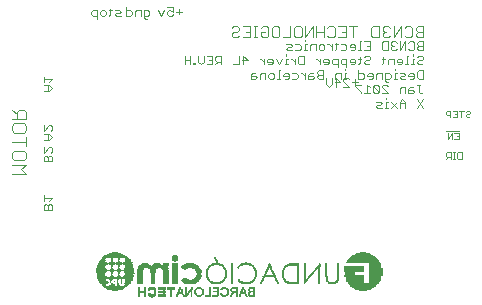
<source format=gbo>
G75*
%MOIN*%
%OFA0B0*%
%FSLAX25Y25*%
%IPPOS*%
%LPD*%
%AMOC8*
5,1,8,0,0,1.08239X$1,22.5*
%
%ADD10C,0.00300*%
%ADD11R,0.00840X0.00140*%
%ADD12R,0.00700X0.00140*%
%ADD13R,0.00980X0.00140*%
%ADD14R,0.02520X0.00140*%
%ADD15R,0.01540X0.00140*%
%ADD16R,0.01820X0.00140*%
%ADD17R,0.00420X0.00140*%
%ADD18R,0.00420X0.00140*%
%ADD19R,0.02240X0.00140*%
%ADD20R,0.01960X0.00140*%
%ADD21R,0.00280X0.00140*%
%ADD22R,0.00560X0.00140*%
%ADD23R,0.00560X0.00140*%
%ADD24R,0.00980X0.00140*%
%ADD25R,0.01960X0.00140*%
%ADD26R,0.00560X0.00140*%
%ADD27R,0.00420X0.00140*%
%ADD28R,0.00420X0.00140*%
%ADD29R,0.01820X0.00140*%
%ADD30R,0.02240X0.00140*%
%ADD31R,0.00280X0.00140*%
%ADD32R,0.00560X0.00140*%
%ADD33R,0.00980X0.00140*%
%ADD34R,0.02520X0.00140*%
%ADD35R,0.02100X0.00140*%
%ADD36R,0.00980X0.00140*%
%ADD37R,0.00840X0.00140*%
%ADD38R,0.02380X0.00140*%
%ADD39R,0.00840X0.00140*%
%ADD40R,0.01960X0.00140*%
%ADD41R,0.01820X0.00140*%
%ADD42R,0.02940X0.00140*%
%ADD43R,0.01680X0.00140*%
%ADD44R,0.02100X0.00140*%
%ADD45R,0.01820X0.00140*%
%ADD46R,0.02380X0.00140*%
%ADD47R,0.02940X0.00140*%
%ADD48R,0.00140X0.00140*%
%ADD49R,0.02380X0.00140*%
%ADD50R,0.00280X0.00140*%
%ADD51R,0.03500X0.00140*%
%ADD52R,0.03360X0.00140*%
%ADD53R,0.04480X0.00140*%
%ADD54R,0.00280X0.00140*%
%ADD55R,0.01120X0.00140*%
%ADD56R,0.04200X0.00140*%
%ADD57R,0.05180X0.00140*%
%ADD58R,0.05040X0.00140*%
%ADD59R,0.05740X0.00140*%
%ADD60R,0.05600X0.00140*%
%ADD61R,0.06300X0.00140*%
%ADD62R,0.06160X0.00140*%
%ADD63R,0.06720X0.00140*%
%ADD64R,0.01680X0.00140*%
%ADD65R,0.01400X0.00140*%
%ADD66R,0.06440X0.00140*%
%ADD67R,0.07280X0.00140*%
%ADD68R,0.00700X0.00140*%
%ADD69R,0.01400X0.00140*%
%ADD70R,0.07000X0.00140*%
%ADD71R,0.07560X0.00140*%
%ADD72R,0.07420X0.00140*%
%ADD73R,0.07980X0.00140*%
%ADD74R,0.07840X0.00140*%
%ADD75R,0.08400X0.00140*%
%ADD76R,0.03920X0.00140*%
%ADD77R,0.01120X0.00140*%
%ADD78R,0.08680X0.00140*%
%ADD79R,0.08960X0.00140*%
%ADD80R,0.01540X0.00140*%
%ADD81R,0.09240X0.00140*%
%ADD82R,0.01260X0.00140*%
%ADD83R,0.09520X0.00140*%
%ADD84R,0.09800X0.00140*%
%ADD85R,0.02240X0.00140*%
%ADD86R,0.01540X0.00140*%
%ADD87R,0.10080X0.00140*%
%ADD88R,0.03220X0.00140*%
%ADD89R,0.03080X0.00140*%
%ADD90R,0.02800X0.00140*%
%ADD91R,0.03080X0.00140*%
%ADD92R,0.03080X0.00140*%
%ADD93R,0.05320X0.00140*%
%ADD94R,0.02660X0.00140*%
%ADD95R,0.03780X0.00140*%
%ADD96R,0.03640X0.00140*%
%ADD97R,0.03500X0.00140*%
%ADD98R,0.01680X0.00140*%
%ADD99R,0.01680X0.00140*%
%ADD100R,0.02800X0.00140*%
%ADD101R,0.05460X0.00140*%
%ADD102R,0.04200X0.00140*%
%ADD103R,0.03780X0.00140*%
%ADD104R,0.04340X0.00140*%
%ADD105R,0.04340X0.00140*%
%ADD106R,0.01260X0.00140*%
%ADD107R,0.04620X0.00140*%
%ADD108R,0.05040X0.00140*%
%ADD109R,0.05740X0.00140*%
%ADD110R,0.01120X0.00140*%
%ADD111R,0.05320X0.00140*%
%ADD112R,0.05740X0.00140*%
%ADD113R,0.05460X0.00140*%
%ADD114R,0.02240X0.00140*%
%ADD115R,0.03640X0.00140*%
%ADD116R,0.05880X0.00140*%
%ADD117R,0.06020X0.00140*%
%ADD118R,0.06020X0.00140*%
%ADD119R,0.02520X0.00140*%
%ADD120R,0.03920X0.00140*%
%ADD121R,0.06160X0.00140*%
%ADD122R,0.01120X0.00140*%
%ADD123R,0.11620X0.00140*%
%ADD124R,0.04060X0.00140*%
%ADD125R,0.11760X0.00140*%
%ADD126R,0.11900X0.00140*%
%ADD127R,0.12040X0.00140*%
%ADD128R,0.06440X0.00140*%
%ADD129R,0.04340X0.00140*%
%ADD130R,0.03360X0.00140*%
%ADD131R,0.01540X0.00140*%
%ADD132R,0.06440X0.00140*%
%ADD133R,0.04060X0.00140*%
%ADD134R,0.02940X0.00140*%
%ADD135R,0.03920X0.00140*%
%ADD136R,0.04340X0.00140*%
%ADD137R,0.03220X0.00140*%
%ADD138R,0.03080X0.00140*%
%ADD139R,0.03220X0.00140*%
%ADD140R,0.06580X0.00140*%
%ADD141R,0.12600X0.00140*%
%ADD142R,0.06580X0.00140*%
%ADD143R,0.12600X0.00140*%
%ADD144R,0.03780X0.00140*%
%ADD145R,0.02660X0.00140*%
%ADD146R,0.02940X0.00140*%
%ADD147R,0.09940X0.00140*%
%ADD148R,0.05600X0.00140*%
%ADD149R,0.04060X0.00140*%
%ADD150R,0.05460X0.00140*%
%ADD151R,0.02660X0.00140*%
%ADD152R,0.04760X0.00140*%
%ADD153R,0.03640X0.00140*%
%ADD154R,0.02520X0.00140*%
%ADD155R,0.02660X0.00140*%
%ADD156R,0.11480X0.00140*%
%ADD157R,0.11200X0.00140*%
%ADD158R,0.10920X0.00140*%
%ADD159R,0.02380X0.00140*%
%ADD160R,0.10920X0.00140*%
%ADD161R,0.10640X0.00140*%
%ADD162R,0.10360X0.00140*%
%ADD163R,0.10080X0.00140*%
%ADD164R,0.09380X0.00140*%
%ADD165R,0.09100X0.00140*%
%ADD166R,0.08820X0.00140*%
%ADD167R,0.08540X0.00140*%
%ADD168R,0.08120X0.00140*%
%ADD169R,0.07420X0.00140*%
%ADD170R,0.06580X0.00140*%
%ADD171C,0.00400*%
%ADD172C,0.00200*%
D10*
X0081463Y0110890D02*
X0081463Y0112342D01*
X0081947Y0112825D01*
X0082431Y0112825D01*
X0082914Y0112342D01*
X0082914Y0110890D01*
X0081463Y0110890D02*
X0084366Y0110890D01*
X0084366Y0112342D01*
X0083882Y0112825D01*
X0083398Y0112825D01*
X0082914Y0112342D01*
X0083398Y0113837D02*
X0084366Y0114804D01*
X0081463Y0114804D01*
X0081463Y0113837D02*
X0081463Y0115772D01*
X0081463Y0127090D02*
X0081463Y0128542D01*
X0081947Y0129025D01*
X0082431Y0129025D01*
X0082914Y0128542D01*
X0082914Y0127090D01*
X0081463Y0127090D02*
X0084366Y0127090D01*
X0084366Y0128542D01*
X0083882Y0129025D01*
X0083398Y0129025D01*
X0082914Y0128542D01*
X0083882Y0130037D02*
X0084366Y0130521D01*
X0084366Y0131488D01*
X0083882Y0131972D01*
X0083398Y0131972D01*
X0081463Y0130037D01*
X0081463Y0131972D01*
X0081463Y0134290D02*
X0083398Y0134290D01*
X0084366Y0135258D01*
X0083398Y0136225D01*
X0081463Y0136225D01*
X0081463Y0137237D02*
X0083398Y0139172D01*
X0083882Y0139172D01*
X0084366Y0138688D01*
X0084366Y0137721D01*
X0083882Y0137237D01*
X0082914Y0136225D02*
X0082914Y0134290D01*
X0081463Y0137237D02*
X0081463Y0139172D01*
X0081463Y0150490D02*
X0083398Y0150490D01*
X0084366Y0151458D01*
X0083398Y0152425D01*
X0081463Y0152425D01*
X0081463Y0153437D02*
X0081463Y0155372D01*
X0081463Y0154404D02*
X0084366Y0154404D01*
X0083398Y0153437D01*
X0082914Y0152425D02*
X0082914Y0150490D01*
X0099306Y0174616D02*
X0099306Y0177518D01*
X0097855Y0177518D01*
X0097371Y0177035D01*
X0097371Y0176067D01*
X0097855Y0175583D01*
X0099306Y0175583D01*
X0100317Y0176067D02*
X0100317Y0177035D01*
X0100801Y0177518D01*
X0101769Y0177518D01*
X0102252Y0177035D01*
X0102252Y0176067D01*
X0101769Y0175583D01*
X0100801Y0175583D01*
X0100317Y0176067D01*
X0103249Y0175583D02*
X0103733Y0176067D01*
X0103733Y0178002D01*
X0104217Y0177518D02*
X0103249Y0177518D01*
X0105228Y0177518D02*
X0106680Y0177518D01*
X0107163Y0177035D01*
X0106680Y0176551D01*
X0105712Y0176551D01*
X0105228Y0176067D01*
X0105712Y0175583D01*
X0107163Y0175583D01*
X0108935Y0175583D02*
X0108935Y0178486D01*
X0108935Y0177518D02*
X0110386Y0177518D01*
X0110870Y0177035D01*
X0110870Y0176067D01*
X0110386Y0175583D01*
X0108935Y0175583D01*
X0111882Y0175583D02*
X0111882Y0177035D01*
X0112366Y0177518D01*
X0113817Y0177518D01*
X0113817Y0175583D01*
X0114828Y0175583D02*
X0116280Y0175583D01*
X0116763Y0176067D01*
X0116763Y0177035D01*
X0116280Y0177518D01*
X0114828Y0177518D01*
X0114828Y0175100D01*
X0115312Y0174616D01*
X0115796Y0174616D01*
X0119735Y0177518D02*
X0120703Y0175583D01*
X0121670Y0177518D01*
X0122682Y0177035D02*
X0122682Y0176067D01*
X0123166Y0175583D01*
X0124133Y0175583D01*
X0124617Y0176067D01*
X0124617Y0177035D02*
X0123649Y0177518D01*
X0123166Y0177518D01*
X0122682Y0177035D01*
X0122682Y0178486D02*
X0124617Y0178486D01*
X0124617Y0177035D01*
X0125628Y0177035D02*
X0127563Y0177035D01*
X0126596Y0178002D02*
X0126596Y0176067D01*
X0128437Y0162286D02*
X0128437Y0159383D01*
X0128437Y0160835D02*
X0130372Y0160835D01*
X0131361Y0159867D02*
X0131361Y0159383D01*
X0131845Y0159383D01*
X0131845Y0159867D01*
X0131361Y0159867D01*
X0130372Y0159383D02*
X0130372Y0162286D01*
X0132856Y0162286D02*
X0132856Y0160351D01*
X0133824Y0159383D01*
X0134791Y0160351D01*
X0134791Y0162286D01*
X0135803Y0162286D02*
X0137738Y0162286D01*
X0137738Y0159383D01*
X0135803Y0159383D01*
X0136770Y0160835D02*
X0137738Y0160835D01*
X0138749Y0160835D02*
X0139233Y0160351D01*
X0140684Y0160351D01*
X0139717Y0160351D02*
X0138749Y0159383D01*
X0138749Y0160835D02*
X0138749Y0161802D01*
X0139233Y0162286D01*
X0140684Y0162286D01*
X0140684Y0159383D01*
X0144642Y0159383D02*
X0146577Y0159383D01*
X0146577Y0162286D01*
X0148073Y0162286D02*
X0148073Y0159383D01*
X0147589Y0160835D02*
X0149524Y0160835D01*
X0148073Y0162286D01*
X0153475Y0161318D02*
X0153958Y0161318D01*
X0154926Y0160351D01*
X0154926Y0161318D02*
X0154926Y0159383D01*
X0155937Y0160351D02*
X0157872Y0160351D01*
X0157872Y0159867D02*
X0157872Y0160835D01*
X0157389Y0161318D01*
X0156421Y0161318D01*
X0155937Y0160835D01*
X0155937Y0160351D01*
X0156421Y0159383D02*
X0157389Y0159383D01*
X0157872Y0159867D01*
X0158884Y0161318D02*
X0159851Y0159383D01*
X0160819Y0161318D01*
X0162300Y0161318D02*
X0162300Y0159383D01*
X0162783Y0159383D02*
X0161816Y0159383D01*
X0162300Y0161318D02*
X0162783Y0161318D01*
X0163788Y0161318D02*
X0164271Y0161318D01*
X0165239Y0160351D01*
X0165239Y0161318D02*
X0165239Y0159383D01*
X0166250Y0159867D02*
X0166250Y0161802D01*
X0166734Y0162286D01*
X0168185Y0162286D01*
X0168185Y0159383D01*
X0166734Y0159383D01*
X0166250Y0159867D01*
X0165737Y0156518D02*
X0166221Y0156035D01*
X0166221Y0155067D01*
X0165737Y0154583D01*
X0164286Y0154583D01*
X0163274Y0155067D02*
X0163274Y0156035D01*
X0162791Y0156518D01*
X0161823Y0156518D01*
X0161339Y0156035D01*
X0161339Y0155551D01*
X0163274Y0155551D01*
X0163274Y0155067D02*
X0162791Y0154583D01*
X0161823Y0154583D01*
X0160328Y0154583D02*
X0159360Y0154583D01*
X0159844Y0154583D02*
X0159844Y0157486D01*
X0160328Y0157486D01*
X0158364Y0156035D02*
X0158364Y0155067D01*
X0157880Y0154583D01*
X0156912Y0154583D01*
X0156429Y0155067D01*
X0156429Y0156035D01*
X0156912Y0156518D01*
X0157880Y0156518D01*
X0158364Y0156035D01*
X0155417Y0156518D02*
X0155417Y0154583D01*
X0153482Y0154583D02*
X0153482Y0156035D01*
X0153966Y0156518D01*
X0155417Y0156518D01*
X0152470Y0155067D02*
X0151987Y0155551D01*
X0150536Y0155551D01*
X0150536Y0156035D02*
X0150536Y0154583D01*
X0151987Y0154583D01*
X0152470Y0155067D01*
X0151987Y0156518D02*
X0151019Y0156518D01*
X0150536Y0156035D01*
X0162300Y0162286D02*
X0162300Y0162770D01*
X0162805Y0164183D02*
X0162322Y0164667D01*
X0162805Y0165151D01*
X0163773Y0165151D01*
X0164257Y0165635D01*
X0163773Y0166118D01*
X0162322Y0166118D01*
X0162805Y0164183D02*
X0164257Y0164183D01*
X0165268Y0164183D02*
X0166719Y0164183D01*
X0167203Y0164667D01*
X0167203Y0165635D01*
X0166719Y0166118D01*
X0165268Y0166118D01*
X0165597Y0168383D02*
X0164980Y0169001D01*
X0164980Y0171469D01*
X0165597Y0172086D01*
X0166831Y0172086D01*
X0167449Y0171469D01*
X0167449Y0169001D01*
X0166831Y0168383D01*
X0165597Y0168383D01*
X0163766Y0168383D02*
X0161297Y0168383D01*
X0160082Y0169001D02*
X0159465Y0168383D01*
X0158231Y0168383D01*
X0157614Y0169001D01*
X0157614Y0171469D01*
X0158231Y0172086D01*
X0159465Y0172086D01*
X0160082Y0171469D01*
X0160082Y0169001D01*
X0163766Y0168383D02*
X0163766Y0172086D01*
X0168663Y0172086D02*
X0168663Y0168383D01*
X0171132Y0172086D01*
X0171132Y0168383D01*
X0172346Y0168383D02*
X0172346Y0172086D01*
X0172346Y0170235D02*
X0174815Y0170235D01*
X0176029Y0171469D02*
X0176647Y0172086D01*
X0177881Y0172086D01*
X0178498Y0171469D01*
X0178498Y0169001D01*
X0177881Y0168383D01*
X0176647Y0168383D01*
X0176029Y0169001D01*
X0174815Y0168383D02*
X0174815Y0172086D01*
X0179712Y0172086D02*
X0182181Y0172086D01*
X0182181Y0168383D01*
X0179712Y0168383D01*
X0178997Y0166602D02*
X0178997Y0164667D01*
X0178513Y0164183D01*
X0177516Y0164183D02*
X0177516Y0166118D01*
X0177516Y0165151D02*
X0176548Y0166118D01*
X0176065Y0166118D01*
X0175060Y0165635D02*
X0175060Y0164667D01*
X0174577Y0164183D01*
X0173609Y0164183D01*
X0173125Y0164667D01*
X0173125Y0165635D01*
X0173609Y0166118D01*
X0174577Y0166118D01*
X0175060Y0165635D01*
X0172114Y0166118D02*
X0170663Y0166118D01*
X0170179Y0165635D01*
X0170179Y0164183D01*
X0169167Y0164183D02*
X0168200Y0164183D01*
X0168684Y0164183D02*
X0168684Y0166118D01*
X0169167Y0166118D01*
X0168684Y0167086D02*
X0168684Y0167570D01*
X0172114Y0166118D02*
X0172114Y0164183D01*
X0172136Y0161318D02*
X0172620Y0161318D01*
X0173587Y0160351D01*
X0173587Y0161318D02*
X0173587Y0159383D01*
X0174599Y0160351D02*
X0176534Y0160351D01*
X0176534Y0159867D02*
X0176534Y0160835D01*
X0176050Y0161318D01*
X0175082Y0161318D01*
X0174599Y0160835D01*
X0174599Y0160351D01*
X0175082Y0159383D02*
X0176050Y0159383D01*
X0176534Y0159867D01*
X0177545Y0159867D02*
X0178029Y0159383D01*
X0179480Y0159383D01*
X0179480Y0158416D02*
X0179480Y0161318D01*
X0178029Y0161318D01*
X0177545Y0160835D01*
X0177545Y0159867D01*
X0180492Y0159867D02*
X0180492Y0160835D01*
X0180976Y0161318D01*
X0182427Y0161318D01*
X0182427Y0158416D01*
X0181943Y0157970D02*
X0181943Y0157486D01*
X0181943Y0156518D02*
X0181943Y0154583D01*
X0181896Y0154944D02*
X0182864Y0154944D01*
X0183348Y0154460D01*
X0182427Y0154583D02*
X0181459Y0154583D01*
X0181413Y0154460D02*
X0181896Y0154944D01*
X0181413Y0154460D02*
X0181413Y0153977D01*
X0183348Y0152042D01*
X0181413Y0152042D01*
X0180401Y0153493D02*
X0178466Y0153493D01*
X0178527Y0154583D02*
X0178527Y0156035D01*
X0179011Y0156518D01*
X0180462Y0156518D01*
X0180462Y0154583D01*
X0180401Y0153493D02*
X0178950Y0154944D01*
X0178950Y0152042D01*
X0177455Y0153009D02*
X0177455Y0154944D01*
X0177455Y0153009D02*
X0176487Y0152042D01*
X0175520Y0153009D01*
X0175520Y0154944D01*
X0174569Y0154583D02*
X0173118Y0154583D01*
X0172634Y0155067D01*
X0172634Y0155551D01*
X0173118Y0156035D01*
X0174569Y0156035D01*
X0174569Y0157486D02*
X0173118Y0157486D01*
X0172634Y0157002D01*
X0172634Y0156518D01*
X0173118Y0156035D01*
X0171623Y0155067D02*
X0171139Y0155551D01*
X0169688Y0155551D01*
X0169688Y0156035D02*
X0169688Y0154583D01*
X0171139Y0154583D01*
X0171623Y0155067D01*
X0171139Y0156518D02*
X0170172Y0156518D01*
X0169688Y0156035D01*
X0168676Y0156518D02*
X0168676Y0154583D01*
X0168676Y0155551D02*
X0167709Y0156518D01*
X0167225Y0156518D01*
X0165737Y0156518D02*
X0164286Y0156518D01*
X0174569Y0157486D02*
X0174569Y0154583D01*
X0181943Y0156518D02*
X0182427Y0156518D01*
X0182427Y0159383D02*
X0180976Y0159383D01*
X0180492Y0159867D01*
X0183438Y0160351D02*
X0183438Y0160835D01*
X0183922Y0161318D01*
X0184890Y0161318D01*
X0185373Y0160835D01*
X0185373Y0159867D01*
X0184890Y0159383D01*
X0183922Y0159383D01*
X0183438Y0160351D02*
X0185373Y0160351D01*
X0186370Y0161318D02*
X0187338Y0161318D01*
X0186854Y0161802D02*
X0186854Y0159867D01*
X0186370Y0159383D01*
X0186385Y0157486D02*
X0186385Y0154583D01*
X0187836Y0154583D01*
X0188320Y0155067D01*
X0188320Y0156035D01*
X0187836Y0156518D01*
X0186385Y0156518D01*
X0185327Y0154460D02*
X0185327Y0152525D01*
X0185403Y0152686D02*
X0185403Y0152202D01*
X0187338Y0150267D01*
X0187338Y0149783D01*
X0188349Y0149783D02*
X0190284Y0149783D01*
X0189317Y0149783D02*
X0189317Y0152686D01*
X0190284Y0151718D01*
X0191296Y0152202D02*
X0193231Y0150267D01*
X0192747Y0149783D01*
X0191779Y0149783D01*
X0191296Y0150267D01*
X0191296Y0152202D01*
X0191779Y0152686D01*
X0192747Y0152686D01*
X0193231Y0152202D01*
X0193231Y0150267D01*
X0194242Y0149783D02*
X0196177Y0149783D01*
X0194242Y0151718D01*
X0194242Y0152202D01*
X0194726Y0152686D01*
X0195693Y0152686D01*
X0196177Y0152202D01*
X0196192Y0153616D02*
X0195708Y0153616D01*
X0195224Y0154100D01*
X0195224Y0156518D01*
X0196676Y0156518D01*
X0197159Y0156035D01*
X0197159Y0155067D01*
X0196676Y0154583D01*
X0195224Y0154583D01*
X0194213Y0154583D02*
X0194213Y0156518D01*
X0192762Y0156518D01*
X0192278Y0156035D01*
X0192278Y0154583D01*
X0191266Y0155067D02*
X0191266Y0156035D01*
X0190783Y0156518D01*
X0189815Y0156518D01*
X0189331Y0156035D01*
X0189331Y0155551D01*
X0191266Y0155551D01*
X0191266Y0155067D02*
X0190783Y0154583D01*
X0189815Y0154583D01*
X0187338Y0152686D02*
X0185403Y0152686D01*
X0186294Y0153493D02*
X0184359Y0153493D01*
X0188833Y0159383D02*
X0188349Y0159867D01*
X0188349Y0160351D01*
X0188833Y0160835D01*
X0189800Y0160835D01*
X0190284Y0161318D01*
X0190284Y0161802D01*
X0189800Y0162286D01*
X0188833Y0162286D01*
X0188349Y0161802D01*
X0188349Y0164183D02*
X0190284Y0164183D01*
X0190284Y0167086D01*
X0188349Y0167086D01*
X0187338Y0167086D02*
X0186854Y0167086D01*
X0186854Y0164183D01*
X0187338Y0164183D02*
X0186370Y0164183D01*
X0185373Y0164667D02*
X0185373Y0165635D01*
X0184890Y0166118D01*
X0183922Y0166118D01*
X0183438Y0165635D01*
X0183438Y0165151D01*
X0185373Y0165151D01*
X0185373Y0164667D02*
X0184890Y0164183D01*
X0183922Y0164183D01*
X0182427Y0164667D02*
X0181943Y0164183D01*
X0180492Y0164183D01*
X0180492Y0166118D02*
X0181943Y0166118D01*
X0182427Y0165635D01*
X0182427Y0164667D01*
X0179480Y0166118D02*
X0178513Y0166118D01*
X0180947Y0170235D02*
X0182181Y0170235D01*
X0183396Y0172086D02*
X0185864Y0172086D01*
X0184630Y0172086D02*
X0184630Y0168383D01*
X0189317Y0165635D02*
X0190284Y0165635D01*
X0191379Y0168383D02*
X0190762Y0169001D01*
X0190762Y0171469D01*
X0191379Y0172086D01*
X0193231Y0172086D01*
X0193231Y0168383D01*
X0191379Y0168383D01*
X0194445Y0169001D02*
X0195062Y0168383D01*
X0196297Y0168383D01*
X0196914Y0169001D01*
X0198128Y0168383D02*
X0198128Y0172086D01*
X0196914Y0171469D02*
X0196297Y0172086D01*
X0195062Y0172086D01*
X0194445Y0171469D01*
X0194445Y0170852D01*
X0195062Y0170235D01*
X0194445Y0169618D01*
X0194445Y0169001D01*
X0195062Y0170235D02*
X0195679Y0170235D01*
X0198128Y0168383D02*
X0200597Y0172086D01*
X0200597Y0168383D01*
X0201811Y0169001D02*
X0202429Y0168383D01*
X0203663Y0168383D01*
X0204280Y0169001D01*
X0204280Y0171469D01*
X0203663Y0172086D01*
X0202429Y0172086D01*
X0201811Y0171469D01*
X0205494Y0171469D02*
X0205494Y0170852D01*
X0206112Y0170235D01*
X0207963Y0170235D01*
X0206112Y0170235D02*
X0205494Y0169618D01*
X0205494Y0169001D01*
X0206112Y0168383D01*
X0207963Y0168383D01*
X0207963Y0172086D01*
X0206112Y0172086D01*
X0205494Y0171469D01*
X0204533Y0167086D02*
X0203566Y0167086D01*
X0203082Y0166602D01*
X0202070Y0167086D02*
X0200135Y0164183D01*
X0200135Y0167086D01*
X0199124Y0166602D02*
X0198640Y0167086D01*
X0197672Y0167086D01*
X0197189Y0166602D01*
X0197189Y0166118D01*
X0197672Y0165635D01*
X0197189Y0165151D01*
X0197189Y0164667D01*
X0197672Y0164183D01*
X0198640Y0164183D01*
X0199124Y0164667D01*
X0198156Y0165635D02*
X0197672Y0165635D01*
X0196177Y0167086D02*
X0196177Y0164183D01*
X0194726Y0164183D01*
X0194242Y0164667D01*
X0194242Y0166602D01*
X0194726Y0167086D01*
X0196177Y0167086D01*
X0194711Y0161802D02*
X0194711Y0159867D01*
X0194228Y0159383D01*
X0194228Y0161318D02*
X0195195Y0161318D01*
X0196207Y0160835D02*
X0196207Y0159383D01*
X0196207Y0160835D02*
X0196690Y0161318D01*
X0198142Y0161318D01*
X0198142Y0159383D01*
X0199153Y0160351D02*
X0201088Y0160351D01*
X0201088Y0159867D02*
X0201088Y0160835D01*
X0200604Y0161318D01*
X0199637Y0161318D01*
X0199153Y0160835D01*
X0199153Y0160351D01*
X0199637Y0159383D02*
X0200604Y0159383D01*
X0201088Y0159867D01*
X0202085Y0159383D02*
X0203052Y0159383D01*
X0202569Y0159383D02*
X0202569Y0162286D01*
X0203052Y0162286D01*
X0204533Y0162286D02*
X0204533Y0162770D01*
X0204533Y0164183D02*
X0203566Y0164183D01*
X0203082Y0164667D01*
X0202070Y0164183D02*
X0202070Y0167086D01*
X0204533Y0167086D02*
X0205017Y0166602D01*
X0205017Y0164667D01*
X0204533Y0164183D01*
X0206028Y0164667D02*
X0206512Y0164183D01*
X0207963Y0164183D01*
X0207963Y0167086D01*
X0206512Y0167086D01*
X0206028Y0166602D01*
X0206028Y0166118D01*
X0206512Y0165635D01*
X0207963Y0165635D01*
X0206512Y0165635D02*
X0206028Y0165151D01*
X0206028Y0164667D01*
X0206512Y0162286D02*
X0207480Y0162286D01*
X0207963Y0161802D01*
X0207963Y0161318D01*
X0207480Y0160835D01*
X0206512Y0160835D01*
X0206028Y0160351D01*
X0206028Y0159867D01*
X0206512Y0159383D01*
X0207480Y0159383D01*
X0207963Y0159867D01*
X0207963Y0157486D02*
X0206512Y0157486D01*
X0206028Y0157002D01*
X0206028Y0155067D01*
X0206512Y0154583D01*
X0207963Y0154583D01*
X0207963Y0157486D01*
X0205017Y0156035D02*
X0205017Y0155067D01*
X0204533Y0154583D01*
X0203566Y0154583D01*
X0203082Y0155551D02*
X0205017Y0155551D01*
X0205017Y0156035D02*
X0204533Y0156518D01*
X0203566Y0156518D01*
X0203082Y0156035D01*
X0203082Y0155551D01*
X0202070Y0156035D02*
X0201586Y0155551D01*
X0200619Y0155551D01*
X0200135Y0155067D01*
X0200619Y0154583D01*
X0202070Y0154583D01*
X0202070Y0156035D02*
X0201586Y0156518D01*
X0200135Y0156518D01*
X0199124Y0156518D02*
X0198640Y0156518D01*
X0198640Y0154583D01*
X0199124Y0154583D02*
X0198156Y0154583D01*
X0198640Y0157486D02*
X0198640Y0157970D01*
X0204049Y0159383D02*
X0205017Y0159383D01*
X0204533Y0159383D02*
X0204533Y0161318D01*
X0205017Y0161318D01*
X0206028Y0161802D02*
X0206512Y0162286D01*
X0206512Y0152686D02*
X0206512Y0150267D01*
X0206996Y0149783D01*
X0207480Y0149783D01*
X0207963Y0150267D01*
X0207963Y0147886D02*
X0206028Y0144983D01*
X0207963Y0144983D02*
X0206028Y0147886D01*
X0204533Y0149783D02*
X0205017Y0150267D01*
X0204533Y0150751D01*
X0203082Y0150751D01*
X0203082Y0151235D02*
X0203082Y0149783D01*
X0204533Y0149783D01*
X0204533Y0151718D02*
X0203566Y0151718D01*
X0203082Y0151235D01*
X0202070Y0151718D02*
X0200619Y0151718D01*
X0200135Y0151235D01*
X0200135Y0149783D01*
X0202070Y0149783D02*
X0202070Y0151718D01*
X0201103Y0147886D02*
X0200135Y0146918D01*
X0200135Y0144983D01*
X0199124Y0144983D02*
X0197189Y0146918D01*
X0196177Y0146918D02*
X0195693Y0146918D01*
X0195693Y0144983D01*
X0195210Y0144983D02*
X0196177Y0144983D01*
X0197189Y0144983D02*
X0199124Y0146918D01*
X0200135Y0146435D02*
X0202070Y0146435D01*
X0202070Y0146918D02*
X0201103Y0147886D01*
X0202070Y0146918D02*
X0202070Y0144983D01*
X0195693Y0147886D02*
X0195693Y0148370D01*
X0194213Y0146435D02*
X0193729Y0146918D01*
X0192278Y0146918D01*
X0192762Y0145951D02*
X0193729Y0145951D01*
X0194213Y0146435D01*
X0194213Y0144983D02*
X0192762Y0144983D01*
X0192278Y0145467D01*
X0192762Y0145951D01*
X0206028Y0152686D02*
X0206996Y0152686D01*
X0190284Y0159867D02*
X0189800Y0159383D01*
X0188833Y0159383D01*
X0156399Y0169001D02*
X0155782Y0168383D01*
X0154548Y0168383D01*
X0153930Y0169001D01*
X0153930Y0170235D01*
X0155165Y0170235D01*
X0156399Y0171469D02*
X0156399Y0169001D01*
X0156399Y0171469D02*
X0155782Y0172086D01*
X0154548Y0172086D01*
X0153930Y0171469D01*
X0152716Y0172086D02*
X0151482Y0172086D01*
X0152099Y0172086D02*
X0152099Y0168383D01*
X0152716Y0168383D02*
X0151482Y0168383D01*
X0150261Y0168383D02*
X0147792Y0168383D01*
X0146578Y0169001D02*
X0145960Y0168383D01*
X0144726Y0168383D01*
X0144109Y0169001D01*
X0144109Y0169618D01*
X0144726Y0170235D01*
X0145960Y0170235D01*
X0146578Y0170852D01*
X0146578Y0171469D01*
X0145960Y0172086D01*
X0144726Y0172086D01*
X0144109Y0171469D01*
X0147792Y0172086D02*
X0150261Y0172086D01*
X0150261Y0168383D01*
X0150261Y0170235D02*
X0149026Y0170235D01*
D11*
X0125283Y0093613D03*
X0136203Y0091093D03*
X0136483Y0091513D03*
X0136623Y0091653D03*
X0136483Y0087453D03*
X0136623Y0087313D03*
X0141383Y0087173D03*
X0141523Y0087313D03*
X0141943Y0087873D03*
X0141943Y0091093D03*
X0141523Y0091653D03*
X0141383Y0091793D03*
X0146423Y0091653D03*
X0151603Y0091513D03*
X0151743Y0091373D03*
X0151743Y0087593D03*
X0151603Y0087453D03*
X0156783Y0092073D03*
X0161823Y0091513D03*
X0161683Y0087593D03*
X0161823Y0087453D03*
X0169943Y0088293D03*
X0170223Y0088573D03*
X0170923Y0089413D03*
X0171203Y0089693D03*
X0172043Y0090673D03*
X0172183Y0090813D03*
X0172323Y0090953D03*
X0173303Y0092073D03*
X0176243Y0086893D03*
X0176383Y0086753D03*
X0179043Y0086753D03*
X0179183Y0086893D03*
X0129203Y0082553D03*
X0129203Y0082413D03*
X0127103Y0084373D03*
X0127103Y0084513D03*
X0118703Y0083673D03*
X0118703Y0083393D03*
X0118703Y0083253D03*
X0118703Y0083113D03*
X0117583Y0081713D03*
X0116743Y0083953D03*
X0113243Y0083953D03*
X0113243Y0084093D03*
X0113243Y0084373D03*
X0113243Y0084513D03*
X0113243Y0084653D03*
X0113243Y0084793D03*
X0113243Y0082973D03*
X0113243Y0082693D03*
X0113243Y0082553D03*
X0113243Y0082413D03*
X0113243Y0082273D03*
X0113243Y0081993D03*
X0106523Y0088713D03*
X0104143Y0088713D03*
X0104003Y0087453D03*
X0104143Y0092353D03*
X0106523Y0092353D03*
D12*
X0106453Y0091093D03*
X0106453Y0089973D03*
X0104213Y0089973D03*
X0104213Y0091093D03*
X0104213Y0094593D03*
X0106453Y0094593D03*
X0104353Y0086053D03*
X0106453Y0085493D03*
X0128573Y0087873D03*
X0130813Y0084513D03*
X0130813Y0084373D03*
X0129133Y0082273D03*
X0133333Y0081853D03*
X0136413Y0087593D03*
X0136273Y0087873D03*
X0136133Y0088013D03*
X0136133Y0088153D03*
X0135993Y0088293D03*
X0135853Y0088853D03*
X0135853Y0088993D03*
X0135853Y0089973D03*
X0135853Y0090113D03*
X0135993Y0090673D03*
X0136133Y0090953D03*
X0136413Y0091373D03*
X0139073Y0093893D03*
X0139213Y0093753D03*
X0138933Y0094173D03*
X0138793Y0094313D03*
X0138653Y0094453D03*
X0138513Y0094593D03*
X0141733Y0091373D03*
X0142013Y0090953D03*
X0142153Y0090673D03*
X0142293Y0090253D03*
X0142293Y0090113D03*
X0142293Y0089973D03*
X0142293Y0088993D03*
X0142293Y0088853D03*
X0142293Y0088713D03*
X0142153Y0088293D03*
X0142013Y0088013D03*
X0141733Y0087593D03*
X0144393Y0087593D03*
X0144393Y0087453D03*
X0144393Y0087313D03*
X0144393Y0087173D03*
X0144393Y0086893D03*
X0144393Y0086753D03*
X0144393Y0086613D03*
X0144393Y0086473D03*
X0144393Y0086193D03*
X0144393Y0086053D03*
X0144393Y0087873D03*
X0144393Y0088013D03*
X0144393Y0088153D03*
X0144393Y0088293D03*
X0144393Y0088573D03*
X0144393Y0088713D03*
X0144393Y0088853D03*
X0144393Y0088993D03*
X0144393Y0089273D03*
X0144393Y0089413D03*
X0144393Y0089553D03*
X0144393Y0089693D03*
X0144393Y0089973D03*
X0144393Y0090113D03*
X0144393Y0090253D03*
X0144393Y0090393D03*
X0144393Y0090673D03*
X0144393Y0090813D03*
X0144393Y0090953D03*
X0144393Y0091093D03*
X0144393Y0091373D03*
X0144393Y0091513D03*
X0144393Y0091653D03*
X0144393Y0091793D03*
X0144393Y0092073D03*
X0144393Y0092213D03*
X0144393Y0092353D03*
X0144393Y0092493D03*
X0144393Y0092773D03*
X0144393Y0092913D03*
X0146493Y0087313D03*
X0148033Y0084653D03*
X0150133Y0083253D03*
X0153913Y0086193D03*
X0154053Y0086473D03*
X0154053Y0086613D03*
X0154193Y0086753D03*
X0154193Y0086893D03*
X0154333Y0087173D03*
X0154473Y0087313D03*
X0154473Y0087453D03*
X0154753Y0088013D03*
X0154893Y0088293D03*
X0155173Y0088993D03*
X0155313Y0089273D03*
X0155453Y0089413D03*
X0155453Y0089553D03*
X0155733Y0090113D03*
X0155873Y0090393D03*
X0156013Y0090673D03*
X0156013Y0090813D03*
X0156153Y0090953D03*
X0156153Y0091093D03*
X0156293Y0091373D03*
X0157133Y0091373D03*
X0157273Y0091093D03*
X0157413Y0090953D03*
X0157413Y0090813D03*
X0157553Y0090673D03*
X0157693Y0090393D03*
X0157693Y0090253D03*
X0157833Y0090113D03*
X0157833Y0089973D03*
X0157973Y0089693D03*
X0158113Y0089413D03*
X0158253Y0088993D03*
X0158673Y0088293D03*
X0158673Y0088153D03*
X0158813Y0088013D03*
X0158813Y0087873D03*
X0158953Y0087593D03*
X0159093Y0087453D03*
X0159093Y0087313D03*
X0159233Y0087173D03*
X0159373Y0086753D03*
X0159513Y0086473D03*
X0159653Y0086193D03*
X0161473Y0087873D03*
X0161473Y0088013D03*
X0161333Y0088293D03*
X0161193Y0088853D03*
X0161193Y0088993D03*
X0161193Y0089273D03*
X0161193Y0089553D03*
X0161193Y0089693D03*
X0161193Y0089973D03*
X0161333Y0090393D03*
X0161473Y0090813D03*
X0161473Y0090953D03*
X0161613Y0091093D03*
X0161753Y0091373D03*
X0156713Y0092213D03*
X0152093Y0090813D03*
X0152093Y0090673D03*
X0152233Y0090393D03*
X0152233Y0090253D03*
X0152233Y0090113D03*
X0152373Y0089553D03*
X0152233Y0088713D03*
X0152233Y0088573D03*
X0152093Y0088293D03*
X0152093Y0088153D03*
X0151953Y0088013D03*
X0151953Y0087873D03*
X0151953Y0090953D03*
X0151953Y0091093D03*
X0141733Y0081853D03*
X0168753Y0086893D03*
X0169593Y0087873D03*
X0169733Y0088013D03*
X0169873Y0088153D03*
X0170433Y0088853D03*
X0170573Y0088993D03*
X0170853Y0089273D03*
X0171413Y0089973D03*
X0171553Y0090113D03*
X0171693Y0090253D03*
X0171833Y0090393D03*
X0172393Y0091093D03*
X0173373Y0091093D03*
X0173373Y0090953D03*
X0173373Y0090813D03*
X0173373Y0090673D03*
X0173373Y0090393D03*
X0173373Y0090253D03*
X0173373Y0090113D03*
X0173373Y0089973D03*
X0173373Y0089693D03*
X0173373Y0089553D03*
X0173373Y0089413D03*
X0173373Y0089273D03*
X0173373Y0088993D03*
X0173373Y0088853D03*
X0173373Y0088713D03*
X0173373Y0088573D03*
X0173373Y0088293D03*
X0173373Y0088153D03*
X0173373Y0088013D03*
X0173373Y0087873D03*
X0173373Y0087593D03*
X0173373Y0087453D03*
X0173373Y0087313D03*
X0173373Y0087173D03*
X0173373Y0086893D03*
X0173373Y0086753D03*
X0173373Y0086613D03*
X0173373Y0086473D03*
X0173373Y0086193D03*
X0175893Y0087453D03*
X0176033Y0087173D03*
X0175753Y0088573D03*
X0175753Y0088713D03*
X0175753Y0088853D03*
X0175753Y0088993D03*
X0175753Y0089273D03*
X0175753Y0089413D03*
X0175753Y0089553D03*
X0175753Y0089693D03*
X0175753Y0089973D03*
X0175753Y0090113D03*
X0175753Y0090253D03*
X0175753Y0090393D03*
X0175753Y0090673D03*
X0175753Y0090813D03*
X0175753Y0090953D03*
X0175753Y0091093D03*
X0175753Y0091373D03*
X0175753Y0091513D03*
X0175753Y0091653D03*
X0175753Y0091793D03*
X0175753Y0092073D03*
X0175753Y0092213D03*
X0175753Y0092353D03*
X0175753Y0092493D03*
X0175753Y0092773D03*
X0173373Y0092213D03*
X0179533Y0087453D03*
X0179393Y0087173D03*
D13*
X0176593Y0086613D03*
X0168893Y0087173D03*
X0162033Y0087173D03*
X0162033Y0091653D03*
X0151533Y0091653D03*
X0151393Y0091793D03*
X0151533Y0087313D03*
X0151393Y0087173D03*
X0141033Y0086893D03*
X0141033Y0092073D03*
X0124093Y0084093D03*
X0124093Y0083953D03*
X0124093Y0083813D03*
X0124093Y0083673D03*
X0124093Y0083393D03*
X0124093Y0083253D03*
X0124093Y0083113D03*
X0124093Y0082973D03*
X0124093Y0082693D03*
X0124093Y0082553D03*
X0124093Y0082413D03*
X0124093Y0082273D03*
X0124093Y0081993D03*
X0124093Y0081853D03*
X0118633Y0082973D03*
X0118493Y0082553D03*
X0118633Y0083813D03*
D14*
X0117583Y0084373D03*
X0117583Y0082413D03*
X0120943Y0082413D03*
X0120943Y0082273D03*
X0120943Y0081993D03*
X0120943Y0081853D03*
X0120943Y0084373D03*
X0120943Y0084513D03*
X0120943Y0084653D03*
X0120943Y0084793D03*
X0121783Y0091373D03*
X0132283Y0087453D03*
X0109883Y0087453D03*
X0109883Y0087593D03*
D15*
X0109253Y0085913D03*
X0108693Y0085353D03*
X0117933Y0086193D03*
X0117933Y0086473D03*
X0117933Y0086613D03*
X0117933Y0086753D03*
X0117933Y0086893D03*
X0117933Y0087173D03*
X0117933Y0087313D03*
X0117933Y0087453D03*
X0117933Y0087593D03*
X0117933Y0087873D03*
X0117933Y0088013D03*
X0117933Y0088153D03*
X0117933Y0088293D03*
X0117933Y0088573D03*
X0117933Y0088713D03*
X0117933Y0088853D03*
X0117933Y0088993D03*
X0117933Y0089273D03*
X0117933Y0089413D03*
X0117933Y0089553D03*
X0117933Y0089693D03*
X0109393Y0094313D03*
X0109253Y0094453D03*
X0101273Y0094173D03*
X0117653Y0081853D03*
X0133333Y0081993D03*
X0133333Y0084793D03*
X0133333Y0089273D03*
X0133333Y0089413D03*
X0133333Y0089553D03*
X0133333Y0089693D03*
X0141733Y0081993D03*
X0162733Y0086753D03*
D16*
X0163013Y0092213D03*
X0150973Y0081993D03*
X0133053Y0088293D03*
X0132913Y0088013D03*
X0133053Y0090673D03*
X0132913Y0090813D03*
X0125213Y0095013D03*
X0113873Y0091093D03*
X0104353Y0085493D03*
D17*
X0104213Y0086193D03*
X0106313Y0086193D03*
X0106313Y0086053D03*
X0106313Y0085913D03*
X0106313Y0085773D03*
X0106313Y0087593D03*
X0106453Y0088993D03*
X0106453Y0089693D03*
X0106453Y0091373D03*
X0104213Y0091373D03*
X0104213Y0092073D03*
X0104213Y0093613D03*
X0104213Y0093753D03*
X0104213Y0094313D03*
X0106453Y0094313D03*
X0106453Y0093613D03*
X0104213Y0089693D03*
X0104213Y0088993D03*
X0116813Y0082973D03*
X0125913Y0081993D03*
X0126053Y0082273D03*
X0126053Y0082413D03*
X0126473Y0083393D03*
X0126613Y0083673D03*
X0126613Y0083813D03*
X0126753Y0084093D03*
X0127453Y0084093D03*
X0127453Y0083953D03*
X0128013Y0082693D03*
X0128013Y0082553D03*
X0128013Y0082413D03*
X0128153Y0082273D03*
X0129553Y0082693D03*
X0129973Y0083393D03*
X0130253Y0083813D03*
X0130953Y0084793D03*
X0132073Y0083953D03*
X0132073Y0083813D03*
X0132073Y0083673D03*
X0132073Y0083393D03*
X0132073Y0083253D03*
X0132073Y0083113D03*
X0132073Y0082973D03*
X0132213Y0082693D03*
X0132353Y0082413D03*
X0132213Y0084093D03*
X0132353Y0084373D03*
X0134453Y0084093D03*
X0134453Y0083953D03*
X0134453Y0083813D03*
X0134453Y0082973D03*
X0134453Y0082693D03*
X0134313Y0082553D03*
X0136973Y0082553D03*
X0136973Y0082413D03*
X0136973Y0082273D03*
X0136973Y0082693D03*
X0136973Y0082973D03*
X0136973Y0083113D03*
X0136973Y0083253D03*
X0136973Y0083393D03*
X0136973Y0083673D03*
X0136973Y0083813D03*
X0136973Y0083953D03*
X0136973Y0084093D03*
X0136973Y0084373D03*
X0136973Y0084513D03*
X0136973Y0084653D03*
X0136973Y0084793D03*
X0140753Y0084093D03*
X0140613Y0082693D03*
X0140753Y0082553D03*
X0142713Y0082553D03*
X0142853Y0082973D03*
X0142853Y0083113D03*
X0142853Y0083253D03*
X0142853Y0083393D03*
X0142853Y0083673D03*
X0142853Y0083813D03*
X0142853Y0083953D03*
X0143973Y0083953D03*
X0143973Y0084093D03*
X0144113Y0082413D03*
X0146773Y0081993D03*
X0146913Y0082273D03*
X0147053Y0082553D03*
X0147053Y0082693D03*
X0147473Y0083673D03*
X0147473Y0083813D03*
X0147613Y0083953D03*
X0147613Y0084093D03*
X0147753Y0084373D03*
X0148313Y0084093D03*
X0148453Y0083953D03*
X0148453Y0083813D03*
X0148453Y0083673D03*
X0148873Y0082693D03*
X0148873Y0082553D03*
X0149013Y0082413D03*
X0149013Y0082273D03*
X0149153Y0081993D03*
X0149853Y0082553D03*
X0149853Y0082693D03*
X0149853Y0082973D03*
X0151673Y0082973D03*
X0151673Y0083113D03*
X0151673Y0083253D03*
X0151673Y0083673D03*
X0151673Y0083813D03*
X0151673Y0083953D03*
X0151673Y0084093D03*
X0151673Y0084373D03*
X0151673Y0084513D03*
X0151673Y0082693D03*
X0151673Y0082553D03*
X0151673Y0082413D03*
X0151673Y0082273D03*
X0149013Y0093053D03*
X0168613Y0086473D03*
X0173513Y0092493D03*
D18*
X0149993Y0084373D03*
X0149993Y0084093D03*
X0149993Y0083953D03*
X0149993Y0083813D03*
X0148593Y0083393D03*
X0147333Y0083393D03*
X0147333Y0083253D03*
X0145933Y0083113D03*
X0145933Y0082973D03*
X0145933Y0082693D03*
X0145933Y0082553D03*
X0145933Y0082413D03*
X0145933Y0082273D03*
X0145933Y0081993D03*
X0145933Y0083673D03*
X0145933Y0083813D03*
X0145933Y0083953D03*
X0145933Y0084093D03*
X0145933Y0084373D03*
X0145933Y0084513D03*
X0146493Y0087453D03*
X0143833Y0081993D03*
X0139633Y0082273D03*
X0139633Y0082413D03*
X0139633Y0082553D03*
X0139633Y0082693D03*
X0139633Y0082973D03*
X0139633Y0083113D03*
X0139633Y0083253D03*
X0139633Y0083673D03*
X0139633Y0083813D03*
X0139633Y0083953D03*
X0139633Y0084093D03*
X0139633Y0084373D03*
X0139633Y0084513D03*
X0134593Y0083673D03*
X0134593Y0083393D03*
X0134593Y0083253D03*
X0134593Y0083113D03*
X0130393Y0083953D03*
X0129833Y0083113D03*
X0129693Y0082973D03*
X0128993Y0082973D03*
X0128993Y0083113D03*
X0128993Y0083253D03*
X0128993Y0083393D03*
X0128993Y0083673D03*
X0128993Y0083813D03*
X0128993Y0083953D03*
X0128993Y0084093D03*
X0128993Y0084373D03*
X0128993Y0084513D03*
X0128993Y0084653D03*
X0128993Y0084793D03*
X0127593Y0083813D03*
X0127593Y0083673D03*
X0127733Y0083393D03*
X0127733Y0083253D03*
X0128993Y0082693D03*
X0126193Y0082693D03*
D19*
X0128783Y0087453D03*
X0138723Y0081993D03*
X0145023Y0084653D03*
X0148943Y0092913D03*
X0117583Y0084653D03*
X0109603Y0093473D03*
X0105403Y0083953D03*
D20*
X0109603Y0086473D03*
X0109603Y0086613D03*
X0106523Y0090673D03*
X0109603Y0093753D03*
X0117583Y0081993D03*
X0127103Y0082973D03*
X0132843Y0087873D03*
X0132843Y0090953D03*
X0132703Y0091093D03*
X0125283Y0094173D03*
X0125283Y0094313D03*
X0125283Y0094453D03*
X0125283Y0094593D03*
X0125283Y0094873D03*
X0136203Y0081993D03*
X0150903Y0083393D03*
X0150903Y0084653D03*
X0188003Y0096413D03*
D21*
X0148663Y0083253D03*
X0131023Y0083253D03*
X0131023Y0083113D03*
X0131023Y0082973D03*
X0131023Y0082693D03*
X0131023Y0082553D03*
X0131023Y0082413D03*
X0131023Y0082273D03*
X0131023Y0081993D03*
X0131023Y0083393D03*
X0131023Y0083673D03*
X0131023Y0083813D03*
X0131023Y0083953D03*
X0131023Y0084093D03*
X0107503Y0086193D03*
X0107503Y0086473D03*
X0107503Y0086613D03*
X0107503Y0086753D03*
X0107503Y0086893D03*
X0107503Y0087173D03*
X0107503Y0087313D03*
X0107503Y0087453D03*
X0107503Y0087593D03*
X0106523Y0089273D03*
X0106523Y0089413D03*
X0106523Y0089553D03*
X0106523Y0091513D03*
X0106523Y0091653D03*
X0106523Y0091793D03*
X0106523Y0093753D03*
X0106523Y0093893D03*
X0106523Y0094173D03*
X0105123Y0086893D03*
X0105123Y0086753D03*
X0104003Y0087173D03*
D22*
X0129063Y0081993D03*
X0130463Y0084093D03*
X0132563Y0084513D03*
X0132563Y0082273D03*
X0140963Y0082273D03*
X0140963Y0084513D03*
X0144463Y0082973D03*
X0147963Y0084793D03*
X0150063Y0082273D03*
X0155663Y0089973D03*
X0161263Y0090113D03*
X0161263Y0090253D03*
X0161263Y0088713D03*
X0161263Y0088573D03*
X0175963Y0087313D03*
X0179463Y0087313D03*
X0142363Y0089273D03*
X0142363Y0089413D03*
X0142363Y0089553D03*
X0142363Y0089693D03*
X0136063Y0090813D03*
D23*
X0135923Y0090393D03*
X0135923Y0090253D03*
X0135783Y0089693D03*
X0135783Y0089553D03*
X0135783Y0089413D03*
X0135783Y0089273D03*
X0135923Y0088713D03*
X0135923Y0088573D03*
X0139143Y0093053D03*
X0139283Y0093613D03*
X0142083Y0090813D03*
X0142223Y0090393D03*
X0142223Y0088573D03*
X0142083Y0088153D03*
X0142503Y0084513D03*
X0142643Y0084373D03*
X0142783Y0084093D03*
X0144043Y0083813D03*
X0144183Y0083673D03*
X0144603Y0083113D03*
X0144323Y0082693D03*
X0144183Y0082553D03*
X0144043Y0082273D03*
X0142783Y0082693D03*
X0142643Y0082413D03*
X0142503Y0082273D03*
X0140823Y0082413D03*
X0140823Y0084373D03*
X0144043Y0084373D03*
X0144183Y0084513D03*
X0146983Y0082413D03*
X0149923Y0082413D03*
X0149923Y0083113D03*
X0150203Y0083673D03*
X0150203Y0084513D03*
X0154543Y0087593D03*
X0154683Y0087873D03*
X0154823Y0088153D03*
X0155523Y0089693D03*
X0155803Y0090253D03*
X0156783Y0092353D03*
X0156783Y0092493D03*
X0158043Y0089553D03*
X0158183Y0089273D03*
X0159303Y0086893D03*
X0159443Y0086613D03*
X0161403Y0088153D03*
X0161123Y0089413D03*
X0161403Y0090673D03*
X0166303Y0090673D03*
X0166303Y0090813D03*
X0166303Y0090953D03*
X0166303Y0091093D03*
X0166303Y0091373D03*
X0166303Y0091513D03*
X0166303Y0091653D03*
X0166303Y0091793D03*
X0166303Y0092073D03*
X0166303Y0092213D03*
X0166303Y0090393D03*
X0166303Y0090253D03*
X0166303Y0090113D03*
X0166303Y0089973D03*
X0166303Y0089693D03*
X0166303Y0089553D03*
X0166303Y0089413D03*
X0166303Y0089273D03*
X0166303Y0088993D03*
X0166303Y0088853D03*
X0166303Y0088713D03*
X0166303Y0088573D03*
X0166303Y0088293D03*
X0166303Y0088153D03*
X0166303Y0088013D03*
X0166303Y0087873D03*
X0166303Y0087593D03*
X0166303Y0087453D03*
X0166303Y0087313D03*
X0166303Y0087173D03*
X0166303Y0086893D03*
X0166303Y0086753D03*
X0168683Y0086753D03*
X0168683Y0086613D03*
X0168683Y0087873D03*
X0168683Y0088013D03*
X0168683Y0088153D03*
X0168683Y0088293D03*
X0168683Y0088573D03*
X0168683Y0088713D03*
X0168683Y0088853D03*
X0168683Y0088993D03*
X0168683Y0089273D03*
X0168683Y0089413D03*
X0168683Y0089553D03*
X0168683Y0089693D03*
X0168683Y0089973D03*
X0168683Y0090113D03*
X0168683Y0090253D03*
X0168683Y0090393D03*
X0168683Y0090673D03*
X0168683Y0090813D03*
X0168683Y0090953D03*
X0168683Y0091093D03*
X0168683Y0091373D03*
X0168683Y0091513D03*
X0168683Y0091653D03*
X0168683Y0091793D03*
X0168683Y0092073D03*
X0168683Y0092213D03*
X0168683Y0092353D03*
X0168683Y0092493D03*
X0168683Y0092773D03*
X0173443Y0092353D03*
X0175823Y0088293D03*
X0175823Y0088153D03*
X0175823Y0088013D03*
X0175823Y0087873D03*
X0175823Y0087593D03*
X0179603Y0087593D03*
X0179603Y0087873D03*
X0179603Y0088013D03*
X0179603Y0088153D03*
X0179603Y0088293D03*
X0179603Y0088573D03*
X0179603Y0088713D03*
X0179603Y0088853D03*
X0179603Y0088993D03*
X0179603Y0089273D03*
X0179603Y0089413D03*
X0179603Y0089553D03*
X0179603Y0089693D03*
X0179603Y0089973D03*
X0179603Y0090113D03*
X0179603Y0090253D03*
X0179603Y0090393D03*
X0179603Y0090673D03*
X0179603Y0090813D03*
X0179603Y0090953D03*
X0179603Y0091093D03*
X0179603Y0091373D03*
X0179603Y0091513D03*
X0179603Y0091653D03*
X0179603Y0091793D03*
X0179603Y0092073D03*
X0179603Y0092213D03*
X0179603Y0092353D03*
X0179603Y0092493D03*
X0179603Y0092773D03*
X0152303Y0089973D03*
X0152303Y0089693D03*
X0152303Y0089413D03*
X0152303Y0089273D03*
X0152303Y0088993D03*
X0152303Y0088853D03*
X0146423Y0091513D03*
X0134243Y0084373D03*
X0134103Y0084513D03*
X0134243Y0082413D03*
X0134103Y0082273D03*
X0132283Y0082553D03*
X0130183Y0083673D03*
X0129903Y0083253D03*
X0130883Y0084653D03*
X0128223Y0081993D03*
X0126123Y0082553D03*
X0126403Y0083253D03*
X0127103Y0084653D03*
X0127103Y0084793D03*
X0128643Y0090953D03*
X0125283Y0095573D03*
X0106523Y0094453D03*
X0106523Y0093473D03*
X0106523Y0092213D03*
X0106523Y0092073D03*
X0104143Y0092213D03*
X0104143Y0093473D03*
X0104143Y0094453D03*
X0104143Y0088853D03*
X0104003Y0087313D03*
X0102743Y0086193D03*
X0106523Y0088853D03*
D24*
X0106453Y0090113D03*
X0106453Y0090953D03*
X0104213Y0090953D03*
X0104213Y0090113D03*
X0113313Y0083813D03*
X0115273Y0083813D03*
X0115273Y0083953D03*
X0115273Y0084093D03*
X0115273Y0084373D03*
X0115273Y0084513D03*
X0115273Y0084653D03*
X0115273Y0084793D03*
X0116673Y0084093D03*
X0116673Y0082693D03*
X0116813Y0082553D03*
X0115273Y0082553D03*
X0115273Y0082413D03*
X0115273Y0082273D03*
X0115273Y0081993D03*
X0115273Y0082693D03*
X0115273Y0082973D03*
X0121713Y0082973D03*
X0121713Y0083113D03*
X0121713Y0082693D03*
X0121713Y0082553D03*
X0121713Y0083813D03*
X0121713Y0083953D03*
X0121713Y0084093D03*
X0128573Y0091093D03*
X0137113Y0092073D03*
X0137113Y0086893D03*
X0146913Y0092073D03*
X0162173Y0091793D03*
D25*
X0150903Y0082133D03*
X0136203Y0082133D03*
X0125283Y0094733D03*
X0113943Y0091233D03*
D26*
X0106523Y0091233D03*
X0106523Y0089833D03*
X0104143Y0089833D03*
X0104143Y0091233D03*
X0106383Y0085633D03*
X0129623Y0082833D03*
X0132143Y0082833D03*
X0132283Y0084233D03*
X0135783Y0089133D03*
X0135783Y0089833D03*
X0143903Y0082133D03*
X0149083Y0082133D03*
X0152303Y0089133D03*
X0152303Y0089833D03*
X0159583Y0086333D03*
X0166303Y0087033D03*
X0166303Y0087733D03*
X0166303Y0088433D03*
X0166303Y0089133D03*
X0166303Y0089833D03*
X0166303Y0090533D03*
X0166303Y0091233D03*
X0166303Y0091933D03*
X0168683Y0091933D03*
X0168683Y0091233D03*
X0168683Y0090533D03*
X0168683Y0089833D03*
X0168683Y0089133D03*
X0168683Y0088433D03*
X0168683Y0087733D03*
X0168683Y0092633D03*
X0175823Y0088433D03*
X0175823Y0087733D03*
X0179603Y0087733D03*
X0179603Y0088433D03*
X0179603Y0089133D03*
X0179603Y0089833D03*
X0179603Y0090533D03*
X0179603Y0091233D03*
X0179603Y0091933D03*
X0179603Y0092633D03*
D27*
X0173513Y0092633D03*
X0156713Y0092633D03*
X0151673Y0084233D03*
X0151673Y0082833D03*
X0149853Y0082833D03*
X0148313Y0084233D03*
X0147753Y0084233D03*
X0147473Y0083533D03*
X0146913Y0082133D03*
X0143973Y0084233D03*
X0142713Y0084233D03*
X0142853Y0083533D03*
X0142853Y0082833D03*
X0140613Y0082833D03*
X0140753Y0084233D03*
X0136973Y0084233D03*
X0136973Y0083533D03*
X0136973Y0082833D03*
X0134453Y0082833D03*
X0134313Y0084233D03*
X0132073Y0083533D03*
X0130113Y0083533D03*
X0128153Y0082133D03*
X0126473Y0083533D03*
X0126753Y0084233D03*
X0125913Y0082133D03*
X0106313Y0086333D03*
X0106453Y0091933D03*
X0104213Y0091933D03*
D28*
X0127593Y0083533D03*
X0128993Y0083533D03*
X0128993Y0082833D03*
X0128993Y0084233D03*
X0134593Y0083533D03*
X0139633Y0082833D03*
X0139633Y0084233D03*
X0144393Y0082833D03*
X0145933Y0082833D03*
X0145933Y0082133D03*
X0145933Y0084233D03*
X0148593Y0083533D03*
X0149993Y0084233D03*
D29*
X0141733Y0082133D03*
X0133333Y0082133D03*
X0122133Y0090533D03*
X0117933Y0090533D03*
X0109533Y0094033D03*
X0109533Y0086333D03*
D30*
X0109743Y0087033D03*
X0121923Y0091233D03*
X0138723Y0082133D03*
X0145023Y0083533D03*
D31*
X0131023Y0083533D03*
X0131023Y0082833D03*
X0131023Y0082133D03*
X0107503Y0086333D03*
X0107503Y0087033D03*
X0106523Y0089133D03*
X0104003Y0087033D03*
X0106523Y0094033D03*
D32*
X0129063Y0082133D03*
X0142363Y0089133D03*
X0142363Y0089833D03*
X0152163Y0088433D03*
X0161263Y0088433D03*
D33*
X0173233Y0091933D03*
X0146633Y0087033D03*
X0124093Y0083533D03*
X0124093Y0082833D03*
X0124093Y0082133D03*
X0118633Y0082833D03*
D34*
X0120943Y0082133D03*
D35*
X0117653Y0082133D03*
X0127033Y0082833D03*
X0132633Y0087733D03*
X0138793Y0083533D03*
X0148033Y0082833D03*
D36*
X0151253Y0087033D03*
X0151253Y0091933D03*
X0156713Y0091933D03*
X0162173Y0087033D03*
X0121713Y0084233D03*
X0121713Y0082833D03*
X0116673Y0082833D03*
X0115273Y0082833D03*
X0115273Y0082133D03*
X0115273Y0084233D03*
X0116813Y0084233D03*
X0106453Y0094733D03*
X0104213Y0094733D03*
D37*
X0104143Y0093333D03*
X0106523Y0093333D03*
X0113243Y0084233D03*
X0113243Y0082833D03*
X0113243Y0082133D03*
X0118703Y0083533D03*
X0130743Y0084233D03*
X0136903Y0087033D03*
X0141243Y0087033D03*
X0141243Y0091933D03*
X0138443Y0094733D03*
X0136903Y0091933D03*
X0146703Y0091933D03*
X0151883Y0091233D03*
X0161683Y0091233D03*
X0168823Y0087033D03*
X0169523Y0087733D03*
X0170083Y0088433D03*
X0171343Y0089833D03*
X0171903Y0090533D03*
X0176103Y0087033D03*
X0179323Y0087033D03*
D38*
X0177713Y0086193D03*
X0132353Y0091373D03*
X0121013Y0083673D03*
X0121013Y0083393D03*
X0121013Y0083253D03*
X0117653Y0082273D03*
X0117653Y0084513D03*
X0109813Y0087173D03*
X0109813Y0087313D03*
D39*
X0118563Y0084093D03*
X0118563Y0083953D03*
X0118563Y0082693D03*
X0136763Y0087173D03*
X0136763Y0091793D03*
X0141663Y0091513D03*
X0146563Y0091793D03*
X0146563Y0087173D03*
X0147963Y0084513D03*
X0141663Y0087453D03*
X0161963Y0087313D03*
X0170363Y0088713D03*
X0171063Y0089553D03*
D40*
X0147963Y0083113D03*
X0147963Y0082973D03*
X0145163Y0083393D03*
X0145163Y0084793D03*
X0122063Y0090813D03*
X0122063Y0090953D03*
X0117863Y0090813D03*
X0117863Y0090673D03*
X0101063Y0093613D03*
D41*
X0101133Y0093753D03*
X0101133Y0093893D03*
X0109533Y0093893D03*
X0113733Y0090813D03*
X0117933Y0090393D03*
X0117933Y0090253D03*
X0122133Y0090673D03*
X0127033Y0083113D03*
X0133333Y0084653D03*
X0141733Y0084653D03*
D42*
X0139073Y0092773D03*
X0124093Y0084793D03*
X0124093Y0084653D03*
X0124093Y0084513D03*
X0124093Y0084373D03*
X0121573Y0091513D03*
X0119333Y0092493D03*
X0115133Y0092493D03*
X0110093Y0091793D03*
X0110093Y0091653D03*
X0110093Y0091513D03*
X0110093Y0091373D03*
X0109953Y0092213D03*
X0110093Y0089273D03*
X0110093Y0088993D03*
X0114293Y0083673D03*
X0114293Y0083393D03*
X0114293Y0083253D03*
X0114293Y0083113D03*
X0101693Y0086473D03*
X0101553Y0086753D03*
X0100573Y0089273D03*
X0100573Y0089413D03*
X0100573Y0089553D03*
X0100573Y0089693D03*
X0100853Y0092353D03*
X0100993Y0092493D03*
X0101273Y0093053D03*
D43*
X0106523Y0093053D03*
X0109463Y0094173D03*
X0113803Y0090953D03*
X0113663Y0090673D03*
X0113663Y0090393D03*
X0113663Y0090253D03*
X0113663Y0090113D03*
X0113663Y0089973D03*
X0113663Y0089693D03*
X0113663Y0089553D03*
X0113663Y0089413D03*
X0113663Y0089273D03*
X0113663Y0088993D03*
X0113663Y0088853D03*
X0113663Y0088713D03*
X0113663Y0088573D03*
X0113663Y0088293D03*
X0113663Y0088153D03*
X0113663Y0088013D03*
X0113663Y0087873D03*
X0113663Y0087593D03*
X0113663Y0087453D03*
X0113663Y0087313D03*
X0113663Y0087173D03*
X0113663Y0086893D03*
X0113663Y0086753D03*
X0113663Y0086613D03*
X0113663Y0086473D03*
X0113663Y0086193D03*
X0109463Y0086193D03*
X0109323Y0086053D03*
X0117863Y0089973D03*
X0117863Y0090113D03*
X0122203Y0090113D03*
X0122203Y0089973D03*
X0122203Y0089693D03*
X0122203Y0089553D03*
X0122203Y0089413D03*
X0122203Y0089273D03*
X0122203Y0088993D03*
X0122203Y0088853D03*
X0122203Y0088713D03*
X0122203Y0088573D03*
X0122203Y0088293D03*
X0122203Y0088153D03*
X0122203Y0088013D03*
X0122203Y0087873D03*
X0122203Y0087593D03*
X0122203Y0087453D03*
X0122203Y0087313D03*
X0122203Y0087173D03*
X0122203Y0086893D03*
X0122203Y0086753D03*
X0122203Y0086613D03*
X0122203Y0086473D03*
X0122203Y0086193D03*
X0122203Y0090253D03*
X0122203Y0090393D03*
X0122203Y0092213D03*
X0122203Y0092353D03*
X0122203Y0092493D03*
X0122203Y0092773D03*
X0130323Y0092913D03*
X0133123Y0090393D03*
X0133123Y0090253D03*
X0133263Y0090113D03*
X0133263Y0089973D03*
X0133263Y0088993D03*
X0133263Y0088853D03*
X0133263Y0088713D03*
X0133123Y0088573D03*
X0145303Y0083253D03*
X0105403Y0096413D03*
D44*
X0109673Y0093613D03*
X0114013Y0091373D03*
X0115133Y0092773D03*
X0119333Y0092773D03*
X0121993Y0091093D03*
X0128573Y0091373D03*
X0132493Y0087593D03*
X0139073Y0086053D03*
X0138793Y0084793D03*
X0138793Y0084653D03*
X0138793Y0083393D03*
X0139073Y0092913D03*
X0149013Y0086053D03*
X0109673Y0086753D03*
X0109673Y0086893D03*
X0104213Y0090673D03*
D45*
X0125213Y0094033D03*
X0133053Y0090533D03*
X0150973Y0083533D03*
D46*
X0121013Y0083533D03*
D47*
X0124093Y0084233D03*
X0114293Y0083533D03*
X0110093Y0089133D03*
X0100573Y0089133D03*
D48*
X0104073Y0086893D03*
X0104073Y0086753D03*
X0104073Y0086613D03*
X0104073Y0086473D03*
X0116953Y0083813D03*
X0146493Y0091373D03*
X0168473Y0086193D03*
D49*
X0187933Y0083953D03*
X0100993Y0087173D03*
D50*
X0104143Y0089273D03*
X0104143Y0089413D03*
X0104143Y0089553D03*
X0104143Y0091513D03*
X0104143Y0091653D03*
X0104143Y0091793D03*
X0104143Y0093893D03*
X0104143Y0094173D03*
X0106243Y0087453D03*
X0106243Y0087313D03*
X0106243Y0087173D03*
X0106243Y0086893D03*
X0106243Y0086753D03*
X0106243Y0086613D03*
X0106243Y0086473D03*
X0126683Y0083953D03*
X0128643Y0088013D03*
X0128643Y0090813D03*
X0148243Y0084373D03*
X0156783Y0092773D03*
X0173583Y0092773D03*
D51*
X0183453Y0090113D03*
X0183453Y0089973D03*
X0183453Y0089693D03*
X0183453Y0089553D03*
X0183453Y0089413D03*
X0183453Y0089273D03*
X0187933Y0084093D03*
X0191713Y0086893D03*
X0115133Y0092213D03*
X0109953Y0090813D03*
X0100853Y0090253D03*
D52*
X0100783Y0090813D03*
X0105403Y0084093D03*
X0110023Y0090113D03*
X0110023Y0090953D03*
X0119403Y0092353D03*
X0188003Y0096273D03*
X0191643Y0086753D03*
X0191643Y0086613D03*
D53*
X0188003Y0084233D03*
D54*
X0168543Y0086333D03*
X0127383Y0084233D03*
X0106243Y0087033D03*
X0104143Y0086333D03*
X0104143Y0089133D03*
X0104143Y0094033D03*
D55*
X0101623Y0085633D03*
X0118423Y0084233D03*
D56*
X0105403Y0084233D03*
X0105403Y0096133D03*
X0192063Y0091933D03*
X0192063Y0088433D03*
D57*
X0187933Y0084373D03*
X0130393Y0092073D03*
D58*
X0105403Y0084373D03*
X0188003Y0095993D03*
D59*
X0187933Y0084513D03*
X0130393Y0087173D03*
X0130393Y0091793D03*
D60*
X0105403Y0095853D03*
X0105403Y0084513D03*
X0185483Y0086613D03*
X0185483Y0086753D03*
X0188003Y0095853D03*
D61*
X0185133Y0088293D03*
X0185133Y0088153D03*
X0185133Y0088013D03*
X0187933Y0084653D03*
D62*
X0185203Y0087873D03*
X0188003Y0095713D03*
X0105403Y0095713D03*
X0105403Y0084653D03*
D63*
X0188003Y0084793D03*
D64*
X0177643Y0086053D03*
X0151043Y0084793D03*
X0132983Y0088153D03*
X0128643Y0087593D03*
X0125283Y0087593D03*
X0125283Y0087453D03*
X0125283Y0087313D03*
X0125283Y0087173D03*
X0125283Y0086893D03*
X0125283Y0086753D03*
X0125283Y0086613D03*
X0125283Y0086473D03*
X0125283Y0086193D03*
X0125283Y0087873D03*
X0125283Y0088013D03*
X0125283Y0088153D03*
X0125283Y0088293D03*
X0125283Y0088573D03*
X0125283Y0088713D03*
X0125283Y0088853D03*
X0125283Y0088993D03*
X0125283Y0089273D03*
X0125283Y0089413D03*
X0125283Y0089553D03*
X0125283Y0089693D03*
X0125283Y0089973D03*
X0125283Y0090113D03*
X0125283Y0090253D03*
X0125283Y0090393D03*
X0125283Y0090673D03*
X0125283Y0090813D03*
X0125283Y0090953D03*
X0125283Y0091093D03*
X0125283Y0091373D03*
X0125283Y0091513D03*
X0125283Y0091653D03*
X0125283Y0091793D03*
X0125283Y0092073D03*
X0125283Y0092213D03*
X0125283Y0092353D03*
X0125283Y0092493D03*
X0125283Y0092773D03*
X0125283Y0093893D03*
X0125283Y0095153D03*
X0117583Y0084793D03*
X0104143Y0093053D03*
X0101343Y0086193D03*
D65*
X0101483Y0085913D03*
X0104003Y0087593D03*
X0104563Y0085913D03*
X0104563Y0085773D03*
X0104143Y0090253D03*
X0106523Y0090253D03*
X0109183Y0085773D03*
X0108903Y0085493D03*
X0109183Y0094593D03*
X0108903Y0094873D03*
X0106523Y0094873D03*
X0104143Y0094873D03*
X0101483Y0094593D03*
X0101483Y0094453D03*
X0101343Y0094313D03*
X0125283Y0093753D03*
X0125283Y0095293D03*
X0137603Y0092353D03*
X0140543Y0092353D03*
X0137603Y0086613D03*
X0141663Y0084793D03*
X0147403Y0092353D03*
X0150483Y0092353D03*
X0156783Y0091513D03*
X0169103Y0087593D03*
X0173023Y0091373D03*
X0173023Y0091513D03*
D66*
X0105403Y0084793D03*
D67*
X0188003Y0084933D03*
D68*
X0175753Y0089133D03*
X0175753Y0089833D03*
X0175753Y0090533D03*
X0175753Y0091233D03*
X0175753Y0091933D03*
X0175753Y0092633D03*
X0173373Y0091233D03*
X0173373Y0090533D03*
X0173373Y0089833D03*
X0173373Y0089133D03*
X0173373Y0088433D03*
X0173373Y0087733D03*
X0173373Y0087033D03*
X0173373Y0086333D03*
X0170713Y0089133D03*
X0172533Y0091233D03*
X0161333Y0090533D03*
X0161193Y0089833D03*
X0161193Y0089133D03*
X0161613Y0087733D03*
X0159233Y0087033D03*
X0158953Y0087733D03*
X0158253Y0089133D03*
X0157973Y0089833D03*
X0157553Y0090533D03*
X0157273Y0091233D03*
X0156293Y0091233D03*
X0155873Y0090533D03*
X0155593Y0089833D03*
X0155313Y0089133D03*
X0154613Y0087733D03*
X0154333Y0087033D03*
X0153913Y0086333D03*
X0151813Y0087733D03*
X0152233Y0090533D03*
X0144393Y0090533D03*
X0144393Y0089833D03*
X0144393Y0089133D03*
X0144393Y0088433D03*
X0144393Y0087733D03*
X0144393Y0087033D03*
X0144393Y0086333D03*
X0141873Y0087733D03*
X0142153Y0088433D03*
X0142153Y0090533D03*
X0141873Y0091233D03*
X0144393Y0091233D03*
X0144393Y0091933D03*
X0144393Y0092633D03*
X0138933Y0094033D03*
X0136273Y0091233D03*
X0135993Y0090533D03*
X0135993Y0088433D03*
X0136273Y0087733D03*
X0133333Y0084933D03*
X0141733Y0084933D03*
D69*
X0128503Y0091233D03*
X0117583Y0084933D03*
X0109043Y0085633D03*
X0109043Y0094733D03*
X0101623Y0094733D03*
D70*
X0105403Y0095433D03*
X0105403Y0084933D03*
X0188003Y0095433D03*
D71*
X0188003Y0085073D03*
D72*
X0188073Y0095293D03*
X0105473Y0085073D03*
D73*
X0187933Y0085213D03*
D74*
X0188003Y0095153D03*
X0105403Y0095153D03*
X0105403Y0085213D03*
D75*
X0188003Y0085353D03*
D76*
X0191923Y0087593D03*
X0191923Y0092493D03*
X0164623Y0092493D03*
X0105123Y0085353D03*
D77*
X0101763Y0085493D03*
X0101903Y0085353D03*
X0106523Y0088573D03*
X0106523Y0092493D03*
X0106523Y0093193D03*
X0137323Y0092213D03*
X0140823Y0092213D03*
X0140823Y0086753D03*
X0137323Y0086753D03*
X0147123Y0086753D03*
X0147123Y0092213D03*
X0168963Y0087313D03*
X0173163Y0091793D03*
X0178903Y0086613D03*
D78*
X0188003Y0085493D03*
D79*
X0188003Y0085633D03*
D80*
X0133333Y0089133D03*
X0117933Y0089133D03*
X0117933Y0088433D03*
X0117933Y0087733D03*
X0117933Y0087033D03*
X0117933Y0086333D03*
X0106453Y0088433D03*
X0104493Y0085633D03*
D81*
X0188003Y0085773D03*
D82*
X0173093Y0091653D03*
X0169033Y0087453D03*
X0162593Y0092073D03*
X0150833Y0092213D03*
X0150833Y0086753D03*
X0150553Y0086613D03*
X0147333Y0086613D03*
X0119333Y0092913D03*
X0115133Y0092913D03*
X0106453Y0090813D03*
X0101833Y0094873D03*
X0101553Y0085773D03*
D83*
X0188003Y0085913D03*
X0188003Y0094313D03*
D84*
X0188003Y0094173D03*
X0188003Y0086053D03*
D85*
X0130463Y0086053D03*
X0117863Y0090953D03*
X0101063Y0093473D03*
X0101063Y0086893D03*
D86*
X0101413Y0086053D03*
D87*
X0118003Y0091653D03*
X0188003Y0086193D03*
D88*
X0191573Y0086473D03*
X0164973Y0086193D03*
X0100713Y0090113D03*
X0100713Y0090953D03*
D89*
X0100643Y0091093D03*
X0100643Y0089973D03*
X0100783Y0088573D03*
X0109883Y0088573D03*
X0109743Y0092493D03*
X0148943Y0092773D03*
X0148943Y0086193D03*
X0165043Y0092773D03*
X0177783Y0086473D03*
D90*
X0139143Y0086193D03*
X0110023Y0092073D03*
X0109603Y0093193D03*
X0100783Y0092213D03*
X0100643Y0091793D03*
X0100643Y0091653D03*
X0100643Y0091513D03*
X0100643Y0091373D03*
X0100643Y0088993D03*
X0100923Y0087593D03*
D91*
X0101623Y0086613D03*
X0110023Y0088713D03*
X0110023Y0088853D03*
X0110163Y0089413D03*
X0110163Y0089553D03*
X0110163Y0089693D03*
X0110023Y0091093D03*
X0109463Y0093053D03*
X0105403Y0096273D03*
X0117863Y0091373D03*
X0130463Y0086193D03*
D92*
X0110023Y0091233D03*
X0191503Y0086333D03*
D93*
X0185623Y0086333D03*
D94*
X0177713Y0086333D03*
X0100713Y0091933D03*
D95*
X0130393Y0086333D03*
X0164693Y0086333D03*
D96*
X0148943Y0086333D03*
X0148943Y0092633D03*
X0191783Y0087033D03*
D97*
X0183453Y0089133D03*
X0183453Y0089833D03*
X0139073Y0092633D03*
X0139073Y0086333D03*
X0130393Y0092633D03*
D98*
X0125283Y0092633D03*
X0125283Y0091933D03*
X0125283Y0091233D03*
X0125283Y0090533D03*
X0125283Y0089833D03*
X0125283Y0089133D03*
X0125283Y0088433D03*
X0125283Y0087733D03*
X0125283Y0087033D03*
X0125283Y0086333D03*
X0104143Y0092633D03*
D99*
X0106523Y0092633D03*
X0101203Y0094033D03*
X0113663Y0090533D03*
X0113663Y0089833D03*
X0113663Y0089133D03*
X0113663Y0088433D03*
X0113663Y0087733D03*
X0113663Y0087033D03*
X0113663Y0086333D03*
X0117863Y0089833D03*
X0122203Y0089833D03*
X0122203Y0089133D03*
X0122203Y0088433D03*
X0122203Y0087733D03*
X0122203Y0087033D03*
X0122203Y0086333D03*
X0122203Y0092633D03*
X0133263Y0089833D03*
X0133123Y0088433D03*
D100*
X0110023Y0091933D03*
X0101763Y0086333D03*
D101*
X0185553Y0086473D03*
D102*
X0192063Y0088293D03*
X0192063Y0088573D03*
X0192063Y0088713D03*
X0192063Y0091513D03*
X0192063Y0091653D03*
X0192063Y0091793D03*
X0164483Y0092353D03*
X0164483Y0086473D03*
X0156783Y0088573D03*
X0148943Y0086473D03*
X0148943Y0092493D03*
D103*
X0139073Y0086473D03*
X0191853Y0087313D03*
X0191853Y0087453D03*
X0191853Y0092773D03*
X0191853Y0092913D03*
D104*
X0192133Y0091373D03*
X0192133Y0091093D03*
X0192133Y0090953D03*
X0192133Y0090813D03*
X0192133Y0090673D03*
X0192133Y0090393D03*
X0192133Y0090253D03*
X0192133Y0090113D03*
X0192133Y0089973D03*
X0192133Y0089693D03*
X0192133Y0089553D03*
X0192133Y0089413D03*
X0192133Y0089273D03*
X0192133Y0088993D03*
X0192133Y0088853D03*
X0130393Y0086473D03*
X0130393Y0092353D03*
D105*
X0164413Y0086613D03*
D106*
X0156713Y0091653D03*
X0140613Y0086613D03*
X0104213Y0090813D03*
D107*
X0130393Y0086613D03*
D108*
X0130463Y0086753D03*
D109*
X0185413Y0086893D03*
D110*
X0162383Y0086893D03*
X0156783Y0091793D03*
X0151043Y0092073D03*
X0151043Y0086893D03*
X0146843Y0086893D03*
X0104143Y0088573D03*
X0104143Y0092493D03*
X0104143Y0093193D03*
D111*
X0130463Y0086893D03*
D112*
X0185413Y0087033D03*
D113*
X0130393Y0087033D03*
X0130393Y0091933D03*
D114*
X0132563Y0091233D03*
X0101063Y0087033D03*
D115*
X0109883Y0090253D03*
X0119403Y0092213D03*
X0191783Y0087173D03*
D116*
X0185343Y0087173D03*
D117*
X0185273Y0087313D03*
X0185273Y0087453D03*
X0185273Y0087593D03*
D118*
X0130393Y0087313D03*
X0130393Y0091513D03*
X0130393Y0091653D03*
D119*
X0117863Y0091093D03*
X0114223Y0091513D03*
X0100923Y0087453D03*
X0100923Y0087313D03*
D120*
X0191923Y0087733D03*
X0191923Y0092633D03*
D121*
X0185203Y0087733D03*
D122*
X0162383Y0091933D03*
X0128643Y0087733D03*
X0125283Y0095433D03*
D123*
X0105333Y0087733D03*
D124*
X0130393Y0092493D03*
X0191993Y0092353D03*
X0191993Y0092213D03*
X0191993Y0092073D03*
X0191993Y0088153D03*
X0191993Y0088013D03*
X0191993Y0087873D03*
D125*
X0105403Y0087873D03*
D126*
X0105333Y0088013D03*
D127*
X0105403Y0088153D03*
X0105403Y0088293D03*
D128*
X0185063Y0088433D03*
D129*
X0156713Y0088433D03*
D130*
X0109743Y0088433D03*
X0109603Y0092633D03*
X0100923Y0088433D03*
D131*
X0104213Y0088433D03*
D132*
X0185063Y0088573D03*
X0185063Y0088713D03*
X0185063Y0088853D03*
X0185063Y0088993D03*
X0185063Y0091373D03*
X0185063Y0091513D03*
X0185063Y0091653D03*
X0185063Y0091793D03*
D133*
X0156713Y0088713D03*
D134*
X0109813Y0092353D03*
X0100713Y0088853D03*
X0100713Y0088713D03*
D135*
X0109743Y0090673D03*
X0139143Y0092493D03*
X0156783Y0088853D03*
D136*
X0188073Y0096133D03*
X0192133Y0091233D03*
X0192133Y0090533D03*
X0192133Y0089833D03*
X0192133Y0089133D03*
D137*
X0110093Y0089833D03*
X0101133Y0092633D03*
D138*
X0100643Y0089833D03*
D139*
X0110093Y0089973D03*
X0115133Y0092353D03*
D140*
X0105333Y0095573D03*
X0184993Y0091093D03*
X0184993Y0090953D03*
X0184993Y0090813D03*
X0184993Y0090673D03*
X0184993Y0090393D03*
X0184993Y0090253D03*
D141*
X0105403Y0090393D03*
D142*
X0184993Y0090533D03*
X0184993Y0091233D03*
D143*
X0105403Y0090533D03*
D144*
X0100993Y0090673D03*
X0115133Y0092073D03*
X0117793Y0091513D03*
D145*
X0117793Y0091233D03*
X0115133Y0092633D03*
D146*
X0100713Y0091233D03*
D147*
X0118073Y0091793D03*
D148*
X0120243Y0091933D03*
D149*
X0115133Y0091933D03*
D150*
X0120313Y0092073D03*
D151*
X0100713Y0092073D03*
D152*
X0105403Y0095993D03*
X0130323Y0092213D03*
D153*
X0164763Y0092633D03*
D154*
X0119403Y0092633D03*
X0109603Y0093333D03*
D155*
X0101133Y0093193D03*
X0130393Y0092773D03*
D156*
X0105403Y0092773D03*
X0105403Y0092913D03*
D157*
X0188003Y0093053D03*
X0188003Y0093193D03*
D158*
X0188003Y0093333D03*
D159*
X0101133Y0093333D03*
D160*
X0188003Y0093473D03*
D161*
X0188003Y0093613D03*
D162*
X0188003Y0093753D03*
X0188003Y0093893D03*
D163*
X0188003Y0094033D03*
D164*
X0188073Y0094453D03*
D165*
X0188073Y0094593D03*
D166*
X0188073Y0094733D03*
D167*
X0188073Y0094873D03*
D168*
X0188003Y0095013D03*
X0105403Y0095013D03*
D169*
X0105333Y0095293D03*
D170*
X0188073Y0095573D03*
D171*
X0075569Y0122888D02*
X0074034Y0124422D01*
X0075569Y0125957D01*
X0070965Y0125957D01*
X0071733Y0127492D02*
X0070965Y0128259D01*
X0070965Y0129794D01*
X0071733Y0130561D01*
X0074802Y0130561D01*
X0075569Y0129794D01*
X0075569Y0128259D01*
X0074802Y0127492D01*
X0071733Y0127492D01*
X0075569Y0132096D02*
X0075569Y0135165D01*
X0075569Y0133630D02*
X0070965Y0133630D01*
X0071733Y0136699D02*
X0070965Y0137467D01*
X0070965Y0139001D01*
X0071733Y0139769D01*
X0074802Y0139769D01*
X0075569Y0139001D01*
X0075569Y0137467D01*
X0074802Y0136699D01*
X0071733Y0136699D01*
X0072500Y0141303D02*
X0072500Y0143605D01*
X0073267Y0144373D01*
X0074802Y0144373D01*
X0075569Y0143605D01*
X0075569Y0141303D01*
X0070965Y0141303D01*
X0072500Y0142838D02*
X0070965Y0144373D01*
X0070965Y0122888D02*
X0075569Y0122888D01*
D172*
X0215700Y0127948D02*
X0216434Y0128681D01*
X0216067Y0128681D02*
X0217168Y0128681D01*
X0217168Y0127948D02*
X0217168Y0130149D01*
X0216067Y0130149D01*
X0215700Y0129782D01*
X0215700Y0129048D01*
X0216067Y0128681D01*
X0217907Y0127948D02*
X0218641Y0127948D01*
X0218274Y0127948D02*
X0218274Y0130149D01*
X0218641Y0130149D02*
X0217907Y0130149D01*
X0219383Y0129782D02*
X0219750Y0130149D01*
X0220851Y0130149D01*
X0220851Y0127948D01*
X0219750Y0127948D01*
X0219383Y0128314D01*
X0219383Y0129782D01*
X0219878Y0134496D02*
X0218410Y0134496D01*
X0217668Y0134496D02*
X0217668Y0136697D01*
X0216200Y0134496D01*
X0216200Y0136697D01*
X0215558Y0137096D02*
X0219978Y0137096D01*
X0219878Y0136697D02*
X0219878Y0134496D01*
X0219878Y0135596D02*
X0219144Y0135596D01*
X0218410Y0136697D02*
X0219878Y0136697D01*
X0219278Y0141744D02*
X0217810Y0141744D01*
X0217068Y0141744D02*
X0217068Y0143945D01*
X0215967Y0143945D01*
X0215600Y0143578D01*
X0215600Y0142845D01*
X0215967Y0142478D01*
X0217068Y0142478D01*
X0218544Y0142845D02*
X0219278Y0142845D01*
X0219278Y0143945D02*
X0219278Y0141744D01*
X0220754Y0141744D02*
X0220754Y0143945D01*
X0221488Y0143945D02*
X0220020Y0143945D01*
X0219278Y0143945D02*
X0217810Y0143945D01*
X0222230Y0143578D02*
X0222597Y0143945D01*
X0223331Y0143945D01*
X0223698Y0143578D01*
X0223698Y0143211D01*
X0223331Y0142845D01*
X0222597Y0142845D01*
X0222230Y0142478D01*
X0222230Y0142111D01*
X0222597Y0141744D01*
X0223331Y0141744D01*
X0223698Y0142111D01*
M02*

</source>
